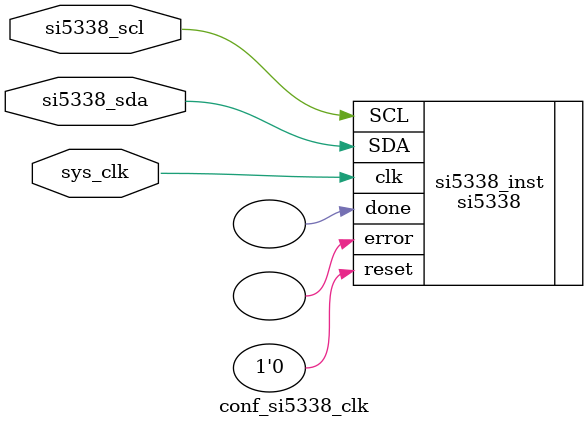
<source format=v>


module conf_si5338_clk(input sys_clk,
                       //    input clk0_p,
                       //    input clk0_n,
                       //    output clk0,
                       inout si5338_scl,  // i2c clock
                       inout si5338_sda); // i2c data;
// IBUFDS clk0_ibufgds (
//            .O  (clk0),
//            .I  (clk0_p),
//            .IB (clk0_n)
//        );

si5338 #(
           .kInitFileName("si5338.mif"),
           .input_clk(50000000),
           .i2c_address(7'b1110000),
           .bus_clk(400000)
       )
       si5338_inst (
           .clk(sys_clk),
           .reset(1'b0),
           .done(),
           .error(),
           .SCL (si5338_scl),
           .SDA (si5338_sda)
       );

endmodule

</source>
